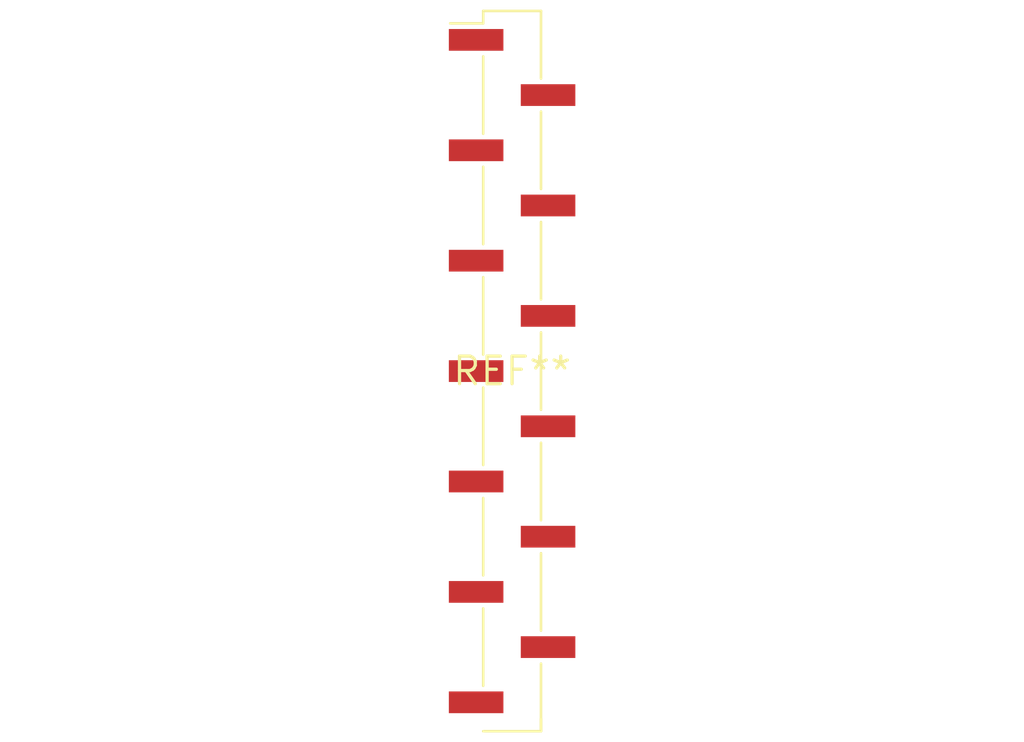
<source format=kicad_pcb>
(kicad_pcb (version 20240108) (generator pcbnew)
  (layers (0 "F.Cu" signal) (31 "B.Cu" signal) (34 "B.Paste" user) (35 "F.Paste" user) (36 "B.SilkS" user "B.Silkscreen") (37 "F.SilkS" user "F.Silkscreen") (38 "B.Mask" user) (39 "F.Mask" user) (44 "Edge.Cuts" user))
  (net 0 "")
  (footprint "PinHeader_1x13_P2.54mm_Vertical_SMD_Pin1Left" (layer "F.Cu") (at 0 0)
    (property "Reference" "REF**")
    (property "Value" "PinHeader_1x13_P2.54mm_Vertical_SMD_Pin1Left")
    (fp_line (start -1.33 -16.57) (end -1.33 -16) (layer "F.SilkS") (stroke (width 0.12)))
    (fp_line (start -1.33 -16.57) (end 1.33 -16.57) (layer "F.SilkS") (stroke (width 0.12)))
    (fp_line (start -1.33 -16) (end -2.85 -16) (layer "F.SilkS") (stroke (width 0.12)))
    (fp_line (start -1.33 -14.48) (end -1.33 -10.92) (layer "F.SilkS") (stroke (width 0.12)))
    (fp_line (start -1.33 -9.4) (end -1.33 -5.84) (layer "F.SilkS") (stroke (width 0.12)))
    (fp_line (start -1.33 -4.32) (end -1.33 -0.76) (layer "F.SilkS") (stroke (width 0.12)))
    (fp_line (start -1.33 0.76) (end -1.33 4.32) (layer "F.SilkS") (stroke (width 0.12)))
    (fp_line (start -1.33 5.84) (end -1.33 9.4) (layer "F.SilkS") (stroke (width 0.12)))
    (fp_line (start -1.33 10.92) (end -1.33 14.48) (layer "F.SilkS") (stroke (width 0.12)))
    (fp_line (start -1.33 16.57) (end 1.33 16.57) (layer "F.SilkS") (stroke (width 0.12)))
    (fp_line (start 1.33 -16.57) (end 1.33 -13.46) (layer "F.SilkS") (stroke (width 0.12)))
    (fp_line (start 1.33 -11.94) (end 1.33 -8.38) (layer "F.SilkS") (stroke (width 0.12)))
    (fp_line (start 1.33 -6.86) (end 1.33 -3.3) (layer "F.SilkS") (stroke (width 0.12)))
    (fp_line (start 1.33 -1.78) (end 1.33 1.78) (layer "F.SilkS") (stroke (width 0.12)))
    (fp_line (start 1.33 3.3) (end 1.33 6.86) (layer "F.SilkS") (stroke (width 0.12)))
    (fp_line (start 1.33 8.38) (end 1.33 11.94) (layer "F.SilkS") (stroke (width 0.12)))
    (fp_line (start 1.33 13.46) (end 1.33 16.57) (layer "F.SilkS") (stroke (width 0.12)))
    (fp_line (start 1.33 16) (end 1.33 16.57) (layer "F.SilkS") (stroke (width 0.12)))
    (pad "1" smd rect (at -1.655 -15.24) (size 2.51 1) (layers "F.Cu" "F.Paste" "F.Mask"))
    (pad "2" smd rect (at 1.655 -12.7) (size 2.51 1) (layers "F.Cu" "F.Paste" "F.Mask"))
    (pad "3" smd rect (at -1.655 -10.16) (size 2.51 1) (layers "F.Cu" "F.Paste" "F.Mask"))
    (pad "4" smd rect (at 1.655 -7.62) (size 2.51 1) (layers "F.Cu" "F.Paste" "F.Mask"))
    (pad "5" smd rect (at -1.655 -5.08) (size 2.51 1) (layers "F.Cu" "F.Paste" "F.Mask"))
    (pad "6" smd rect (at 1.655 -2.54) (size 2.51 1) (layers "F.Cu" "F.Paste" "F.Mask"))
    (pad "7" smd rect (at -1.655 0) (size 2.51 1) (layers "F.Cu" "F.Paste" "F.Mask"))
    (pad "8" smd rect (at 1.655 2.54) (size 2.51 1) (layers "F.Cu" "F.Paste" "F.Mask"))
    (pad "9" smd rect (at -1.655 5.08) (size 2.51 1) (layers "F.Cu" "F.Paste" "F.Mask"))
    (pad "10" smd rect (at 1.655 7.62) (size 2.51 1) (layers "F.Cu" "F.Paste" "F.Mask"))
    (pad "11" smd rect (at -1.655 10.16) (size 2.51 1) (layers "F.Cu" "F.Paste" "F.Mask"))
    (pad "12" smd rect (at 1.655 12.7) (size 2.51 1) (layers "F.Cu" "F.Paste" "F.Mask"))
    (pad "13" smd rect (at -1.655 15.24) (size 2.51 1) (layers "F.Cu" "F.Paste" "F.Mask"))
  )
)
</source>
